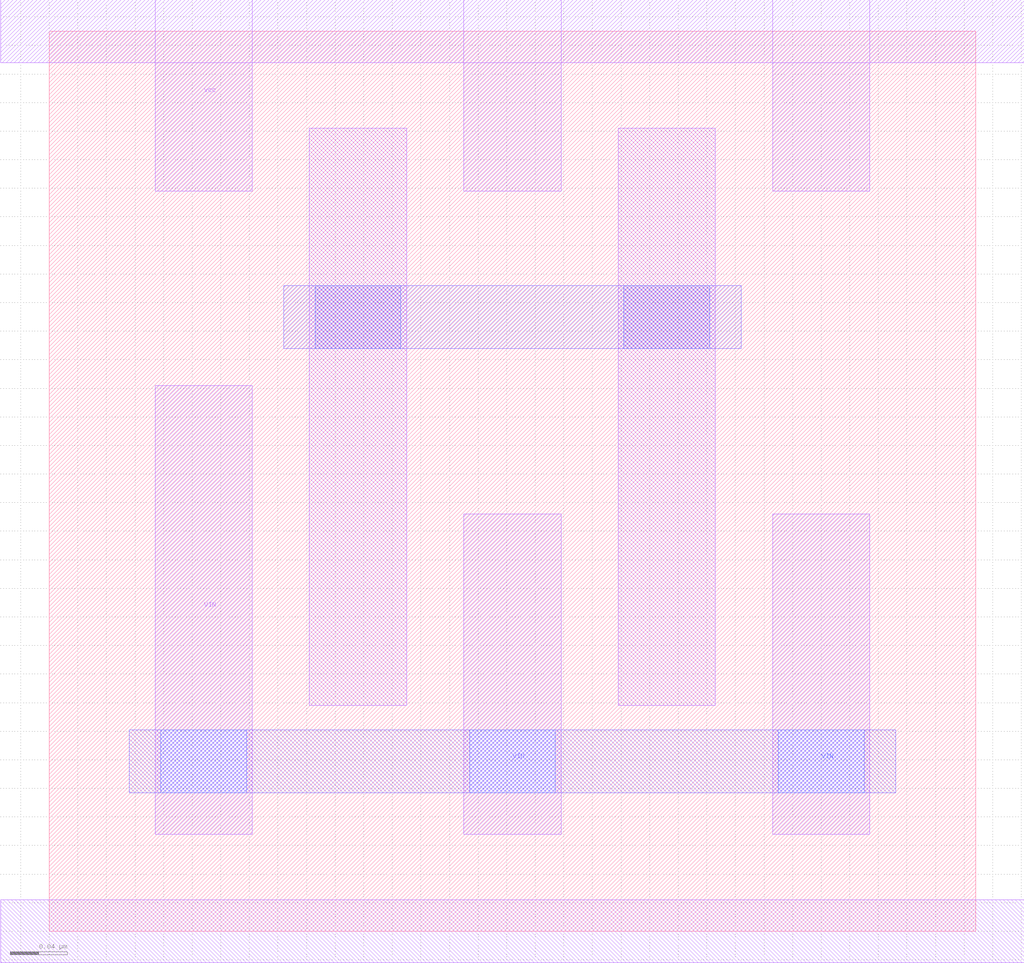
<source format=lef>
VERSION 5.7 ;
BUSBITCHARS "[]" ;
DIVIDERCHAR "/" ;

PROPERTYDEFINITIONS
  MACRO CatenaDesignType STRING ;
END PROPERTYDEFINITIONS

MACRO HEADER
  CLASS CORE ;
  ORIGIN 0 0 ;
  FOREIGN HEADER 0 0 ;
  SIZE 0.648 BY 0.63 ;
  SYMMETRY X Y ;
  SITE CoreSite ;
  PIN vcc
    DIRECTION INOUT ;
    USE POWER ;
    SHAPE ABUTMENT ;
    PORT
      LAYER m1 ;
        RECT -0.034 0.608 0.682 0.652 ;
        RECT 0.506 0.518 0.574 0.652 ;
        RECT 0.29 0.518 0.358 0.652 ;
        RECT 0.074 0.518 0.142 0.652 ;
    END
  END vcc
  PIN VIN
    DIRECTION OUTPUT ;
    USE SIGNAL ;
    PORT
      LAYER m2 ;
        RECT 0.056 0.097 0.592 0.141 ;
      LAYER m1 ;
        RECT 0.506 0.068 0.574 0.292 ;
        RECT 0.29 0.068 0.358 0.292 ;
        RECT 0.074 0.068 0.142 0.382 ;
      LAYER v1 ;
        RECT 0.078 0.097 0.138 0.141 ;
        RECT 0.294 0.097 0.354 0.141 ;
        RECT 0.51 0.097 0.57 0.141 ;
    END
  END VIN
  OBS
    LAYER m1 ;
      RECT -0.034 -0.022 0.682 0.022 ;
      RECT 0.398 0.158 0.466 0.562 ;
      RECT 0.182 0.158 0.25 0.562 ;
    LAYER v1 ;
      RECT 0.402 0.408 0.462 0.452 ;
      RECT 0.186 0.408 0.246 0.452 ;
    LAYER m2 ;
      RECT 0.164 0.408 0.484 0.452 ;
  END
  PROPERTY CatenaDesignType "deviceLevel" ;
END HEADER

END LIBRARY

</source>
